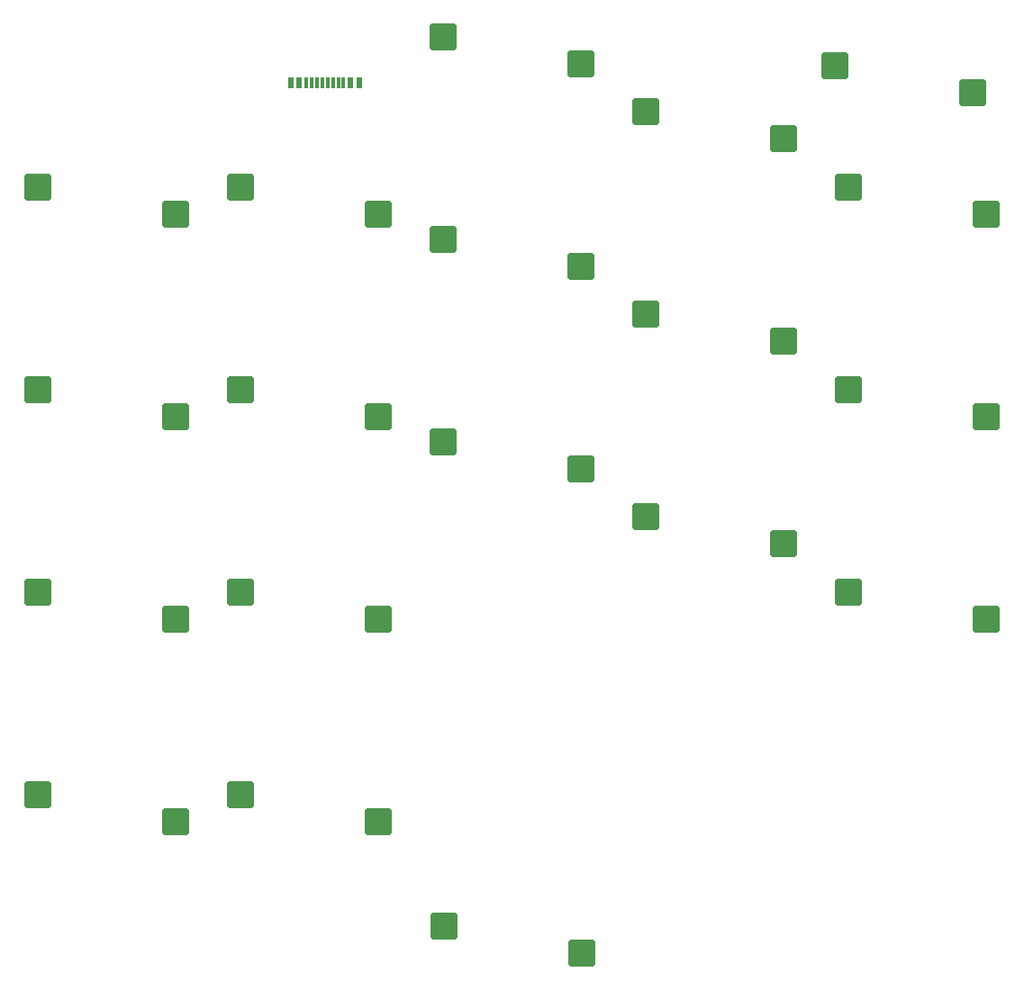
<source format=gbr>
%TF.GenerationSoftware,KiCad,Pcbnew,7.0.9-7.0.9~ubuntu22.04.1*%
%TF.CreationDate,2023-12-10T17:09:49+03:00*%
%TF.ProjectId,Keeb,4b656562-2e6b-4696-9361-645f70636258,rev?*%
%TF.SameCoordinates,Original*%
%TF.FileFunction,Paste,Top*%
%TF.FilePolarity,Positive*%
%FSLAX46Y46*%
G04 Gerber Fmt 4.6, Leading zero omitted, Abs format (unit mm)*
G04 Created by KiCad (PCBNEW 7.0.9-7.0.9~ubuntu22.04.1) date 2023-12-10 17:09:49*
%MOMM*%
%LPD*%
G01*
G04 APERTURE LIST*
G04 Aperture macros list*
%AMRoundRect*
0 Rectangle with rounded corners*
0 $1 Rounding radius*
0 $2 $3 $4 $5 $6 $7 $8 $9 X,Y pos of 4 corners*
0 Add a 4 corners polygon primitive as box body*
4,1,4,$2,$3,$4,$5,$6,$7,$8,$9,$2,$3,0*
0 Add four circle primitives for the rounded corners*
1,1,$1+$1,$2,$3*
1,1,$1+$1,$4,$5*
1,1,$1+$1,$6,$7*
1,1,$1+$1,$8,$9*
0 Add four rect primitives between the rounded corners*
20,1,$1+$1,$2,$3,$4,$5,0*
20,1,$1+$1,$4,$5,$6,$7,0*
20,1,$1+$1,$6,$7,$8,$9,0*
20,1,$1+$1,$8,$9,$2,$3,0*%
G04 Aperture macros list end*
%ADD10R,0.600000X1.140000*%
%ADD11R,0.300000X1.140000*%
%ADD12RoundRect,0.250000X1.025000X1.000000X-1.025000X1.000000X-1.025000X-1.000000X1.025000X-1.000000X0*%
%ADD13RoundRect,0.250000X-1.025000X-1.000000X1.025000X-1.000000X1.025000X1.000000X-1.025000X1.000000X0*%
G04 APERTURE END LIST*
D10*
%TO.C,J1*%
X136465000Y-40790000D03*
X135665000Y-40790000D03*
D11*
X134515000Y-40790000D03*
X133515000Y-40790000D03*
X133015000Y-40790000D03*
X132015000Y-40790000D03*
D10*
X130065000Y-40790000D03*
X130865000Y-40790000D03*
D11*
X131515000Y-40790000D03*
X132515000Y-40790000D03*
X134015000Y-40790000D03*
X135015000Y-40790000D03*
%TD*%
D12*
%TO.C,SW3*%
X195410000Y-53077944D03*
X182483000Y-50537944D03*
%TD*%
%TO.C,SW4*%
X195410000Y-72127944D03*
X182483000Y-69587944D03*
%TD*%
%TO.C,SW5*%
X195410000Y-91177944D03*
X182483000Y-88637944D03*
%TD*%
%TO.C,SW6*%
X176360000Y-46027944D03*
X163433000Y-43487944D03*
%TD*%
%TO.C,SW7*%
X176360000Y-65077944D03*
X163433000Y-62537944D03*
%TD*%
%TO.C,SW8*%
X176360000Y-84127944D03*
X163433000Y-81587944D03*
%TD*%
%TO.C,SW9*%
X157310000Y-38977944D03*
X144383000Y-36437944D03*
%TD*%
%TO.C,SW10*%
X157310000Y-58027944D03*
X144383000Y-55487944D03*
%TD*%
%TO.C,SW11*%
X157310000Y-77077944D03*
X144383000Y-74537944D03*
%TD*%
%TO.C,SW13*%
X138260000Y-53077944D03*
X125333000Y-50537944D03*
%TD*%
%TO.C,SW14*%
X138260000Y-72127944D03*
X125333000Y-69587944D03*
%TD*%
%TO.C,SW15*%
X138260000Y-91177944D03*
X125333000Y-88637944D03*
%TD*%
%TO.C,SW16*%
X138260000Y-110227944D03*
X125333000Y-107687944D03*
%TD*%
%TO.C,SW17*%
X119210000Y-53077944D03*
X106283000Y-50537944D03*
%TD*%
%TO.C,SW18*%
X119210000Y-72127944D03*
X106283000Y-69587944D03*
%TD*%
%TO.C,SW19*%
X119210000Y-91177944D03*
X106283000Y-88637944D03*
%TD*%
%TO.C,SW20*%
X119210000Y-110227944D03*
X106283000Y-107687944D03*
%TD*%
D13*
%TO.C,SW2*%
X181240000Y-39107944D03*
X194167000Y-41647944D03*
%TD*%
D12*
%TO.C,SW1*%
X157385000Y-122632944D03*
X144458000Y-120092944D03*
%TD*%
M02*

</source>
